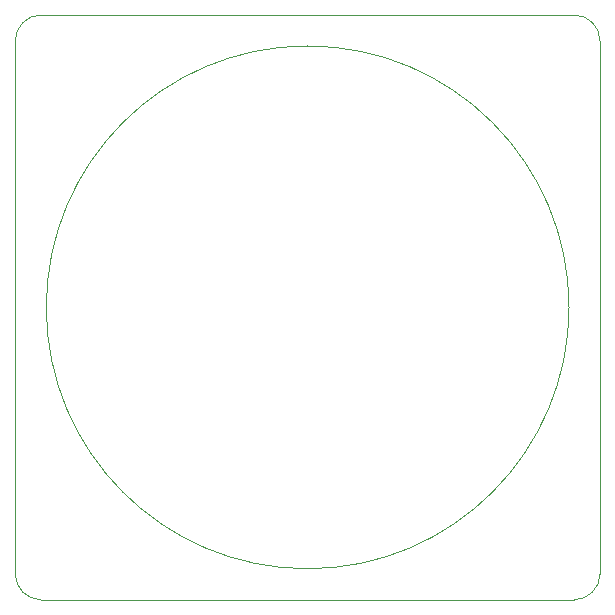
<source format=gbr>
%TF.GenerationSoftware,KiCad,Pcbnew,9.0.5-9.0.5~ubuntu24.04.1*%
%TF.CreationDate,2025-10-31T15:20:20+08:00*%
%TF.ProjectId,TPS,5450532e-6b69-4636-9164-5f7063625858,rev?*%
%TF.SameCoordinates,Original*%
%TF.FileFunction,Profile,NP*%
%FSLAX46Y46*%
G04 Gerber Fmt 4.6, Leading zero omitted, Abs format (unit mm)*
G04 Created by KiCad (PCBNEW 9.0.5-9.0.5~ubuntu24.04.1) date 2025-10-31 15:20:20*
%MOMM*%
%LPD*%
G01*
G04 APERTURE LIST*
%TA.AperFunction,Profile*%
%ADD10C,0.100000*%
%TD*%
G04 APERTURE END LIST*
D10*
X87975000Y-103000000D02*
G75*
G02*
X85775000Y-105200000I-2200000J0D01*
G01*
X85775000Y-55686000D02*
G75*
G02*
X87975000Y-57886000I0J-2200000D01*
G01*
X87975000Y-103000000D02*
X87975000Y-57886000D01*
X40661000Y-105200000D02*
X85775000Y-105200000D01*
X38461000Y-103000000D02*
X38461000Y-57886000D01*
X38461000Y-57886000D02*
G75*
G02*
X40661000Y-55686000I2200000J0D01*
G01*
X40661000Y-105200000D02*
G75*
G02*
X38461000Y-103000000I0J2200000D01*
G01*
X40661000Y-55686000D02*
X85775000Y-55686000D01*
X85348000Y-80443000D02*
G75*
G02*
X41088000Y-80443000I-22130000J0D01*
G01*
X41088000Y-80443000D02*
G75*
G02*
X85348000Y-80443000I22130000J0D01*
G01*
M02*

</source>
